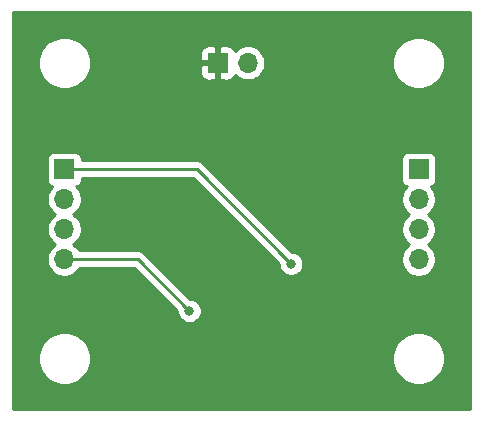
<source format=gbl>
G04 #@! TF.GenerationSoftware,KiCad,Pcbnew,(5.1.10)-1*
G04 #@! TF.CreationDate,2021-07-21T16:10:59+02:00*
G04 #@! TF.ProjectId,rs232-ttl,72733233-322d-4747-946c-2e6b69636164,rev?*
G04 #@! TF.SameCoordinates,Original*
G04 #@! TF.FileFunction,Copper,L2,Bot*
G04 #@! TF.FilePolarity,Positive*
%FSLAX46Y46*%
G04 Gerber Fmt 4.6, Leading zero omitted, Abs format (unit mm)*
G04 Created by KiCad (PCBNEW (5.1.10)-1) date 2021-07-21 16:10:59*
%MOMM*%
%LPD*%
G01*
G04 APERTURE LIST*
G04 #@! TA.AperFunction,ComponentPad*
%ADD10O,1.700000X1.700000*%
G04 #@! TD*
G04 #@! TA.AperFunction,ComponentPad*
%ADD11R,1.700000X1.700000*%
G04 #@! TD*
G04 #@! TA.AperFunction,ViaPad*
%ADD12C,0.800000*%
G04 #@! TD*
G04 #@! TA.AperFunction,Conductor*
%ADD13C,0.250000*%
G04 #@! TD*
G04 #@! TA.AperFunction,Conductor*
%ADD14C,0.254000*%
G04 #@! TD*
G04 #@! TA.AperFunction,Conductor*
%ADD15C,0.100000*%
G04 #@! TD*
G04 APERTURE END LIST*
D10*
X55000000Y-136620000D03*
X55000000Y-134080000D03*
X55000000Y-131540000D03*
D11*
X55000000Y-129000000D03*
D10*
X85000000Y-136620000D03*
X85000000Y-134080000D03*
X85000000Y-131540000D03*
D11*
X85000000Y-129000000D03*
D10*
X70540000Y-120000000D03*
D11*
X68000000Y-120000000D03*
D12*
X68800000Y-136800000D03*
X65800000Y-131000000D03*
X74200000Y-131400000D03*
X77300000Y-128900000D03*
X65800000Y-124000000D03*
X69000000Y-125400000D03*
X76000000Y-121400000D03*
X76000000Y-134600000D03*
X66800000Y-141800000D03*
X71800000Y-141200000D03*
X65800000Y-133200000D03*
X70200000Y-129200000D03*
X64000000Y-140800000D03*
X59800000Y-133600000D03*
X61800000Y-138800000D03*
X51800000Y-135400000D03*
X51800000Y-130400000D03*
X88000000Y-129000000D03*
X88800000Y-136600000D03*
X78800000Y-139600000D03*
X79200000Y-131800000D03*
X80200000Y-122400000D03*
X80200000Y-119000000D03*
X73200000Y-121400000D03*
X63000000Y-122200000D03*
X60600000Y-125200000D03*
X59000000Y-126800000D03*
X60000000Y-140800000D03*
X65600000Y-141000000D03*
X74200000Y-137000000D03*
D13*
X61220000Y-136620000D02*
X55000000Y-136620000D01*
X65600000Y-141000000D02*
X61220000Y-136620000D01*
X66200000Y-129000000D02*
X55000000Y-129000000D01*
X74200000Y-137000000D02*
X66200000Y-129000000D01*
D14*
X89340001Y-149340000D02*
X50660000Y-149340000D01*
X50660000Y-144779872D01*
X52765000Y-144779872D01*
X52765000Y-145220128D01*
X52850890Y-145651925D01*
X53019369Y-146058669D01*
X53263962Y-146424729D01*
X53575271Y-146736038D01*
X53941331Y-146980631D01*
X54348075Y-147149110D01*
X54779872Y-147235000D01*
X55220128Y-147235000D01*
X55651925Y-147149110D01*
X56058669Y-146980631D01*
X56424729Y-146736038D01*
X56736038Y-146424729D01*
X56980631Y-146058669D01*
X57149110Y-145651925D01*
X57235000Y-145220128D01*
X57235000Y-144779872D01*
X82765000Y-144779872D01*
X82765000Y-145220128D01*
X82850890Y-145651925D01*
X83019369Y-146058669D01*
X83263962Y-146424729D01*
X83575271Y-146736038D01*
X83941331Y-146980631D01*
X84348075Y-147149110D01*
X84779872Y-147235000D01*
X85220128Y-147235000D01*
X85651925Y-147149110D01*
X86058669Y-146980631D01*
X86424729Y-146736038D01*
X86736038Y-146424729D01*
X86980631Y-146058669D01*
X87149110Y-145651925D01*
X87235000Y-145220128D01*
X87235000Y-144779872D01*
X87149110Y-144348075D01*
X86980631Y-143941331D01*
X86736038Y-143575271D01*
X86424729Y-143263962D01*
X86058669Y-143019369D01*
X85651925Y-142850890D01*
X85220128Y-142765000D01*
X84779872Y-142765000D01*
X84348075Y-142850890D01*
X83941331Y-143019369D01*
X83575271Y-143263962D01*
X83263962Y-143575271D01*
X83019369Y-143941331D01*
X82850890Y-144348075D01*
X82765000Y-144779872D01*
X57235000Y-144779872D01*
X57149110Y-144348075D01*
X56980631Y-143941331D01*
X56736038Y-143575271D01*
X56424729Y-143263962D01*
X56058669Y-143019369D01*
X55651925Y-142850890D01*
X55220128Y-142765000D01*
X54779872Y-142765000D01*
X54348075Y-142850890D01*
X53941331Y-143019369D01*
X53575271Y-143263962D01*
X53263962Y-143575271D01*
X53019369Y-143941331D01*
X52850890Y-144348075D01*
X52765000Y-144779872D01*
X50660000Y-144779872D01*
X50660000Y-128150000D01*
X53511928Y-128150000D01*
X53511928Y-129850000D01*
X53524188Y-129974482D01*
X53560498Y-130094180D01*
X53619463Y-130204494D01*
X53698815Y-130301185D01*
X53795506Y-130380537D01*
X53905820Y-130439502D01*
X53978380Y-130461513D01*
X53846525Y-130593368D01*
X53684010Y-130836589D01*
X53572068Y-131106842D01*
X53515000Y-131393740D01*
X53515000Y-131686260D01*
X53572068Y-131973158D01*
X53684010Y-132243411D01*
X53846525Y-132486632D01*
X54053368Y-132693475D01*
X54227760Y-132810000D01*
X54053368Y-132926525D01*
X53846525Y-133133368D01*
X53684010Y-133376589D01*
X53572068Y-133646842D01*
X53515000Y-133933740D01*
X53515000Y-134226260D01*
X53572068Y-134513158D01*
X53684010Y-134783411D01*
X53846525Y-135026632D01*
X54053368Y-135233475D01*
X54227760Y-135350000D01*
X54053368Y-135466525D01*
X53846525Y-135673368D01*
X53684010Y-135916589D01*
X53572068Y-136186842D01*
X53515000Y-136473740D01*
X53515000Y-136766260D01*
X53572068Y-137053158D01*
X53684010Y-137323411D01*
X53846525Y-137566632D01*
X54053368Y-137773475D01*
X54296589Y-137935990D01*
X54566842Y-138047932D01*
X54853740Y-138105000D01*
X55146260Y-138105000D01*
X55433158Y-138047932D01*
X55703411Y-137935990D01*
X55946632Y-137773475D01*
X56153475Y-137566632D01*
X56278178Y-137380000D01*
X60905199Y-137380000D01*
X64565000Y-141039803D01*
X64565000Y-141101939D01*
X64604774Y-141301898D01*
X64682795Y-141490256D01*
X64796063Y-141659774D01*
X64940226Y-141803937D01*
X65109744Y-141917205D01*
X65298102Y-141995226D01*
X65498061Y-142035000D01*
X65701939Y-142035000D01*
X65901898Y-141995226D01*
X66090256Y-141917205D01*
X66259774Y-141803937D01*
X66403937Y-141659774D01*
X66517205Y-141490256D01*
X66595226Y-141301898D01*
X66635000Y-141101939D01*
X66635000Y-140898061D01*
X66595226Y-140698102D01*
X66517205Y-140509744D01*
X66403937Y-140340226D01*
X66259774Y-140196063D01*
X66090256Y-140082795D01*
X65901898Y-140004774D01*
X65701939Y-139965000D01*
X65639803Y-139965000D01*
X61783804Y-136109003D01*
X61760001Y-136079999D01*
X61644276Y-135985026D01*
X61512247Y-135914454D01*
X61368986Y-135870997D01*
X61257333Y-135860000D01*
X61257322Y-135860000D01*
X61220000Y-135856324D01*
X61182678Y-135860000D01*
X56278178Y-135860000D01*
X56153475Y-135673368D01*
X55946632Y-135466525D01*
X55772240Y-135350000D01*
X55946632Y-135233475D01*
X56153475Y-135026632D01*
X56315990Y-134783411D01*
X56427932Y-134513158D01*
X56485000Y-134226260D01*
X56485000Y-133933740D01*
X56427932Y-133646842D01*
X56315990Y-133376589D01*
X56153475Y-133133368D01*
X55946632Y-132926525D01*
X55772240Y-132810000D01*
X55946632Y-132693475D01*
X56153475Y-132486632D01*
X56315990Y-132243411D01*
X56427932Y-131973158D01*
X56485000Y-131686260D01*
X56485000Y-131393740D01*
X56427932Y-131106842D01*
X56315990Y-130836589D01*
X56153475Y-130593368D01*
X56021620Y-130461513D01*
X56094180Y-130439502D01*
X56204494Y-130380537D01*
X56301185Y-130301185D01*
X56380537Y-130204494D01*
X56439502Y-130094180D01*
X56475812Y-129974482D01*
X56488072Y-129850000D01*
X56488072Y-129760000D01*
X65885199Y-129760000D01*
X73165000Y-137039803D01*
X73165000Y-137101939D01*
X73204774Y-137301898D01*
X73282795Y-137490256D01*
X73396063Y-137659774D01*
X73540226Y-137803937D01*
X73709744Y-137917205D01*
X73898102Y-137995226D01*
X74098061Y-138035000D01*
X74301939Y-138035000D01*
X74501898Y-137995226D01*
X74690256Y-137917205D01*
X74859774Y-137803937D01*
X75003937Y-137659774D01*
X75117205Y-137490256D01*
X75195226Y-137301898D01*
X75235000Y-137101939D01*
X75235000Y-136898061D01*
X75195226Y-136698102D01*
X75117205Y-136509744D01*
X75003937Y-136340226D01*
X74859774Y-136196063D01*
X74690256Y-136082795D01*
X74501898Y-136004774D01*
X74301939Y-135965000D01*
X74239803Y-135965000D01*
X66763804Y-128489003D01*
X66740001Y-128459999D01*
X66624276Y-128365026D01*
X66492247Y-128294454D01*
X66348986Y-128250997D01*
X66237333Y-128240000D01*
X66237322Y-128240000D01*
X66200000Y-128236324D01*
X66162678Y-128240000D01*
X56488072Y-128240000D01*
X56488072Y-128150000D01*
X83511928Y-128150000D01*
X83511928Y-129850000D01*
X83524188Y-129974482D01*
X83560498Y-130094180D01*
X83619463Y-130204494D01*
X83698815Y-130301185D01*
X83795506Y-130380537D01*
X83905820Y-130439502D01*
X83978380Y-130461513D01*
X83846525Y-130593368D01*
X83684010Y-130836589D01*
X83572068Y-131106842D01*
X83515000Y-131393740D01*
X83515000Y-131686260D01*
X83572068Y-131973158D01*
X83684010Y-132243411D01*
X83846525Y-132486632D01*
X84053368Y-132693475D01*
X84227760Y-132810000D01*
X84053368Y-132926525D01*
X83846525Y-133133368D01*
X83684010Y-133376589D01*
X83572068Y-133646842D01*
X83515000Y-133933740D01*
X83515000Y-134226260D01*
X83572068Y-134513158D01*
X83684010Y-134783411D01*
X83846525Y-135026632D01*
X84053368Y-135233475D01*
X84227760Y-135350000D01*
X84053368Y-135466525D01*
X83846525Y-135673368D01*
X83684010Y-135916589D01*
X83572068Y-136186842D01*
X83515000Y-136473740D01*
X83515000Y-136766260D01*
X83572068Y-137053158D01*
X83684010Y-137323411D01*
X83846525Y-137566632D01*
X84053368Y-137773475D01*
X84296589Y-137935990D01*
X84566842Y-138047932D01*
X84853740Y-138105000D01*
X85146260Y-138105000D01*
X85433158Y-138047932D01*
X85703411Y-137935990D01*
X85946632Y-137773475D01*
X86153475Y-137566632D01*
X86315990Y-137323411D01*
X86427932Y-137053158D01*
X86485000Y-136766260D01*
X86485000Y-136473740D01*
X86427932Y-136186842D01*
X86315990Y-135916589D01*
X86153475Y-135673368D01*
X85946632Y-135466525D01*
X85772240Y-135350000D01*
X85946632Y-135233475D01*
X86153475Y-135026632D01*
X86315990Y-134783411D01*
X86427932Y-134513158D01*
X86485000Y-134226260D01*
X86485000Y-133933740D01*
X86427932Y-133646842D01*
X86315990Y-133376589D01*
X86153475Y-133133368D01*
X85946632Y-132926525D01*
X85772240Y-132810000D01*
X85946632Y-132693475D01*
X86153475Y-132486632D01*
X86315990Y-132243411D01*
X86427932Y-131973158D01*
X86485000Y-131686260D01*
X86485000Y-131393740D01*
X86427932Y-131106842D01*
X86315990Y-130836589D01*
X86153475Y-130593368D01*
X86021620Y-130461513D01*
X86094180Y-130439502D01*
X86204494Y-130380537D01*
X86301185Y-130301185D01*
X86380537Y-130204494D01*
X86439502Y-130094180D01*
X86475812Y-129974482D01*
X86488072Y-129850000D01*
X86488072Y-128150000D01*
X86475812Y-128025518D01*
X86439502Y-127905820D01*
X86380537Y-127795506D01*
X86301185Y-127698815D01*
X86204494Y-127619463D01*
X86094180Y-127560498D01*
X85974482Y-127524188D01*
X85850000Y-127511928D01*
X84150000Y-127511928D01*
X84025518Y-127524188D01*
X83905820Y-127560498D01*
X83795506Y-127619463D01*
X83698815Y-127698815D01*
X83619463Y-127795506D01*
X83560498Y-127905820D01*
X83524188Y-128025518D01*
X83511928Y-128150000D01*
X56488072Y-128150000D01*
X56475812Y-128025518D01*
X56439502Y-127905820D01*
X56380537Y-127795506D01*
X56301185Y-127698815D01*
X56204494Y-127619463D01*
X56094180Y-127560498D01*
X55974482Y-127524188D01*
X55850000Y-127511928D01*
X54150000Y-127511928D01*
X54025518Y-127524188D01*
X53905820Y-127560498D01*
X53795506Y-127619463D01*
X53698815Y-127698815D01*
X53619463Y-127795506D01*
X53560498Y-127905820D01*
X53524188Y-128025518D01*
X53511928Y-128150000D01*
X50660000Y-128150000D01*
X50660000Y-119779872D01*
X52765000Y-119779872D01*
X52765000Y-120220128D01*
X52850890Y-120651925D01*
X53019369Y-121058669D01*
X53263962Y-121424729D01*
X53575271Y-121736038D01*
X53941331Y-121980631D01*
X54348075Y-122149110D01*
X54779872Y-122235000D01*
X55220128Y-122235000D01*
X55651925Y-122149110D01*
X56058669Y-121980631D01*
X56424729Y-121736038D01*
X56736038Y-121424729D01*
X56980631Y-121058669D01*
X57067064Y-120850000D01*
X66511928Y-120850000D01*
X66524188Y-120974482D01*
X66560498Y-121094180D01*
X66619463Y-121204494D01*
X66698815Y-121301185D01*
X66795506Y-121380537D01*
X66905820Y-121439502D01*
X67025518Y-121475812D01*
X67150000Y-121488072D01*
X67714250Y-121485000D01*
X67873000Y-121326250D01*
X67873000Y-120127000D01*
X66673750Y-120127000D01*
X66515000Y-120285750D01*
X66511928Y-120850000D01*
X57067064Y-120850000D01*
X57149110Y-120651925D01*
X57235000Y-120220128D01*
X57235000Y-119779872D01*
X57149110Y-119348075D01*
X57067065Y-119150000D01*
X66511928Y-119150000D01*
X66515000Y-119714250D01*
X66673750Y-119873000D01*
X67873000Y-119873000D01*
X67873000Y-118673750D01*
X68127000Y-118673750D01*
X68127000Y-119873000D01*
X68147000Y-119873000D01*
X68147000Y-120127000D01*
X68127000Y-120127000D01*
X68127000Y-121326250D01*
X68285750Y-121485000D01*
X68850000Y-121488072D01*
X68974482Y-121475812D01*
X69094180Y-121439502D01*
X69204494Y-121380537D01*
X69301185Y-121301185D01*
X69380537Y-121204494D01*
X69439502Y-121094180D01*
X69461513Y-121021620D01*
X69593368Y-121153475D01*
X69836589Y-121315990D01*
X70106842Y-121427932D01*
X70393740Y-121485000D01*
X70686260Y-121485000D01*
X70973158Y-121427932D01*
X71243411Y-121315990D01*
X71486632Y-121153475D01*
X71693475Y-120946632D01*
X71855990Y-120703411D01*
X71967932Y-120433158D01*
X72025000Y-120146260D01*
X72025000Y-119853740D01*
X72010307Y-119779872D01*
X82765000Y-119779872D01*
X82765000Y-120220128D01*
X82850890Y-120651925D01*
X83019369Y-121058669D01*
X83263962Y-121424729D01*
X83575271Y-121736038D01*
X83941331Y-121980631D01*
X84348075Y-122149110D01*
X84779872Y-122235000D01*
X85220128Y-122235000D01*
X85651925Y-122149110D01*
X86058669Y-121980631D01*
X86424729Y-121736038D01*
X86736038Y-121424729D01*
X86980631Y-121058669D01*
X87149110Y-120651925D01*
X87235000Y-120220128D01*
X87235000Y-119779872D01*
X87149110Y-119348075D01*
X86980631Y-118941331D01*
X86736038Y-118575271D01*
X86424729Y-118263962D01*
X86058669Y-118019369D01*
X85651925Y-117850890D01*
X85220128Y-117765000D01*
X84779872Y-117765000D01*
X84348075Y-117850890D01*
X83941331Y-118019369D01*
X83575271Y-118263962D01*
X83263962Y-118575271D01*
X83019369Y-118941331D01*
X82850890Y-119348075D01*
X82765000Y-119779872D01*
X72010307Y-119779872D01*
X71967932Y-119566842D01*
X71855990Y-119296589D01*
X71693475Y-119053368D01*
X71486632Y-118846525D01*
X71243411Y-118684010D01*
X70973158Y-118572068D01*
X70686260Y-118515000D01*
X70393740Y-118515000D01*
X70106842Y-118572068D01*
X69836589Y-118684010D01*
X69593368Y-118846525D01*
X69461513Y-118978380D01*
X69439502Y-118905820D01*
X69380537Y-118795506D01*
X69301185Y-118698815D01*
X69204494Y-118619463D01*
X69094180Y-118560498D01*
X68974482Y-118524188D01*
X68850000Y-118511928D01*
X68285750Y-118515000D01*
X68127000Y-118673750D01*
X67873000Y-118673750D01*
X67714250Y-118515000D01*
X67150000Y-118511928D01*
X67025518Y-118524188D01*
X66905820Y-118560498D01*
X66795506Y-118619463D01*
X66698815Y-118698815D01*
X66619463Y-118795506D01*
X66560498Y-118905820D01*
X66524188Y-119025518D01*
X66511928Y-119150000D01*
X57067065Y-119150000D01*
X56980631Y-118941331D01*
X56736038Y-118575271D01*
X56424729Y-118263962D01*
X56058669Y-118019369D01*
X55651925Y-117850890D01*
X55220128Y-117765000D01*
X54779872Y-117765000D01*
X54348075Y-117850890D01*
X53941331Y-118019369D01*
X53575271Y-118263962D01*
X53263962Y-118575271D01*
X53019369Y-118941331D01*
X52850890Y-119348075D01*
X52765000Y-119779872D01*
X50660000Y-119779872D01*
X50660000Y-115660000D01*
X89340000Y-115660000D01*
X89340001Y-149340000D01*
G04 #@! TA.AperFunction,Conductor*
D15*
G36*
X89340001Y-149340000D02*
G01*
X50660000Y-149340000D01*
X50660000Y-144779872D01*
X52765000Y-144779872D01*
X52765000Y-145220128D01*
X52850890Y-145651925D01*
X53019369Y-146058669D01*
X53263962Y-146424729D01*
X53575271Y-146736038D01*
X53941331Y-146980631D01*
X54348075Y-147149110D01*
X54779872Y-147235000D01*
X55220128Y-147235000D01*
X55651925Y-147149110D01*
X56058669Y-146980631D01*
X56424729Y-146736038D01*
X56736038Y-146424729D01*
X56980631Y-146058669D01*
X57149110Y-145651925D01*
X57235000Y-145220128D01*
X57235000Y-144779872D01*
X82765000Y-144779872D01*
X82765000Y-145220128D01*
X82850890Y-145651925D01*
X83019369Y-146058669D01*
X83263962Y-146424729D01*
X83575271Y-146736038D01*
X83941331Y-146980631D01*
X84348075Y-147149110D01*
X84779872Y-147235000D01*
X85220128Y-147235000D01*
X85651925Y-147149110D01*
X86058669Y-146980631D01*
X86424729Y-146736038D01*
X86736038Y-146424729D01*
X86980631Y-146058669D01*
X87149110Y-145651925D01*
X87235000Y-145220128D01*
X87235000Y-144779872D01*
X87149110Y-144348075D01*
X86980631Y-143941331D01*
X86736038Y-143575271D01*
X86424729Y-143263962D01*
X86058669Y-143019369D01*
X85651925Y-142850890D01*
X85220128Y-142765000D01*
X84779872Y-142765000D01*
X84348075Y-142850890D01*
X83941331Y-143019369D01*
X83575271Y-143263962D01*
X83263962Y-143575271D01*
X83019369Y-143941331D01*
X82850890Y-144348075D01*
X82765000Y-144779872D01*
X57235000Y-144779872D01*
X57149110Y-144348075D01*
X56980631Y-143941331D01*
X56736038Y-143575271D01*
X56424729Y-143263962D01*
X56058669Y-143019369D01*
X55651925Y-142850890D01*
X55220128Y-142765000D01*
X54779872Y-142765000D01*
X54348075Y-142850890D01*
X53941331Y-143019369D01*
X53575271Y-143263962D01*
X53263962Y-143575271D01*
X53019369Y-143941331D01*
X52850890Y-144348075D01*
X52765000Y-144779872D01*
X50660000Y-144779872D01*
X50660000Y-128150000D01*
X53511928Y-128150000D01*
X53511928Y-129850000D01*
X53524188Y-129974482D01*
X53560498Y-130094180D01*
X53619463Y-130204494D01*
X53698815Y-130301185D01*
X53795506Y-130380537D01*
X53905820Y-130439502D01*
X53978380Y-130461513D01*
X53846525Y-130593368D01*
X53684010Y-130836589D01*
X53572068Y-131106842D01*
X53515000Y-131393740D01*
X53515000Y-131686260D01*
X53572068Y-131973158D01*
X53684010Y-132243411D01*
X53846525Y-132486632D01*
X54053368Y-132693475D01*
X54227760Y-132810000D01*
X54053368Y-132926525D01*
X53846525Y-133133368D01*
X53684010Y-133376589D01*
X53572068Y-133646842D01*
X53515000Y-133933740D01*
X53515000Y-134226260D01*
X53572068Y-134513158D01*
X53684010Y-134783411D01*
X53846525Y-135026632D01*
X54053368Y-135233475D01*
X54227760Y-135350000D01*
X54053368Y-135466525D01*
X53846525Y-135673368D01*
X53684010Y-135916589D01*
X53572068Y-136186842D01*
X53515000Y-136473740D01*
X53515000Y-136766260D01*
X53572068Y-137053158D01*
X53684010Y-137323411D01*
X53846525Y-137566632D01*
X54053368Y-137773475D01*
X54296589Y-137935990D01*
X54566842Y-138047932D01*
X54853740Y-138105000D01*
X55146260Y-138105000D01*
X55433158Y-138047932D01*
X55703411Y-137935990D01*
X55946632Y-137773475D01*
X56153475Y-137566632D01*
X56278178Y-137380000D01*
X60905199Y-137380000D01*
X64565000Y-141039803D01*
X64565000Y-141101939D01*
X64604774Y-141301898D01*
X64682795Y-141490256D01*
X64796063Y-141659774D01*
X64940226Y-141803937D01*
X65109744Y-141917205D01*
X65298102Y-141995226D01*
X65498061Y-142035000D01*
X65701939Y-142035000D01*
X65901898Y-141995226D01*
X66090256Y-141917205D01*
X66259774Y-141803937D01*
X66403937Y-141659774D01*
X66517205Y-141490256D01*
X66595226Y-141301898D01*
X66635000Y-141101939D01*
X66635000Y-140898061D01*
X66595226Y-140698102D01*
X66517205Y-140509744D01*
X66403937Y-140340226D01*
X66259774Y-140196063D01*
X66090256Y-140082795D01*
X65901898Y-140004774D01*
X65701939Y-139965000D01*
X65639803Y-139965000D01*
X61783804Y-136109003D01*
X61760001Y-136079999D01*
X61644276Y-135985026D01*
X61512247Y-135914454D01*
X61368986Y-135870997D01*
X61257333Y-135860000D01*
X61257322Y-135860000D01*
X61220000Y-135856324D01*
X61182678Y-135860000D01*
X56278178Y-135860000D01*
X56153475Y-135673368D01*
X55946632Y-135466525D01*
X55772240Y-135350000D01*
X55946632Y-135233475D01*
X56153475Y-135026632D01*
X56315990Y-134783411D01*
X56427932Y-134513158D01*
X56485000Y-134226260D01*
X56485000Y-133933740D01*
X56427932Y-133646842D01*
X56315990Y-133376589D01*
X56153475Y-133133368D01*
X55946632Y-132926525D01*
X55772240Y-132810000D01*
X55946632Y-132693475D01*
X56153475Y-132486632D01*
X56315990Y-132243411D01*
X56427932Y-131973158D01*
X56485000Y-131686260D01*
X56485000Y-131393740D01*
X56427932Y-131106842D01*
X56315990Y-130836589D01*
X56153475Y-130593368D01*
X56021620Y-130461513D01*
X56094180Y-130439502D01*
X56204494Y-130380537D01*
X56301185Y-130301185D01*
X56380537Y-130204494D01*
X56439502Y-130094180D01*
X56475812Y-129974482D01*
X56488072Y-129850000D01*
X56488072Y-129760000D01*
X65885199Y-129760000D01*
X73165000Y-137039803D01*
X73165000Y-137101939D01*
X73204774Y-137301898D01*
X73282795Y-137490256D01*
X73396063Y-137659774D01*
X73540226Y-137803937D01*
X73709744Y-137917205D01*
X73898102Y-137995226D01*
X74098061Y-138035000D01*
X74301939Y-138035000D01*
X74501898Y-137995226D01*
X74690256Y-137917205D01*
X74859774Y-137803937D01*
X75003937Y-137659774D01*
X75117205Y-137490256D01*
X75195226Y-137301898D01*
X75235000Y-137101939D01*
X75235000Y-136898061D01*
X75195226Y-136698102D01*
X75117205Y-136509744D01*
X75003937Y-136340226D01*
X74859774Y-136196063D01*
X74690256Y-136082795D01*
X74501898Y-136004774D01*
X74301939Y-135965000D01*
X74239803Y-135965000D01*
X66763804Y-128489003D01*
X66740001Y-128459999D01*
X66624276Y-128365026D01*
X66492247Y-128294454D01*
X66348986Y-128250997D01*
X66237333Y-128240000D01*
X66237322Y-128240000D01*
X66200000Y-128236324D01*
X66162678Y-128240000D01*
X56488072Y-128240000D01*
X56488072Y-128150000D01*
X83511928Y-128150000D01*
X83511928Y-129850000D01*
X83524188Y-129974482D01*
X83560498Y-130094180D01*
X83619463Y-130204494D01*
X83698815Y-130301185D01*
X83795506Y-130380537D01*
X83905820Y-130439502D01*
X83978380Y-130461513D01*
X83846525Y-130593368D01*
X83684010Y-130836589D01*
X83572068Y-131106842D01*
X83515000Y-131393740D01*
X83515000Y-131686260D01*
X83572068Y-131973158D01*
X83684010Y-132243411D01*
X83846525Y-132486632D01*
X84053368Y-132693475D01*
X84227760Y-132810000D01*
X84053368Y-132926525D01*
X83846525Y-133133368D01*
X83684010Y-133376589D01*
X83572068Y-133646842D01*
X83515000Y-133933740D01*
X83515000Y-134226260D01*
X83572068Y-134513158D01*
X83684010Y-134783411D01*
X83846525Y-135026632D01*
X84053368Y-135233475D01*
X84227760Y-135350000D01*
X84053368Y-135466525D01*
X83846525Y-135673368D01*
X83684010Y-135916589D01*
X83572068Y-136186842D01*
X83515000Y-136473740D01*
X83515000Y-136766260D01*
X83572068Y-137053158D01*
X83684010Y-137323411D01*
X83846525Y-137566632D01*
X84053368Y-137773475D01*
X84296589Y-137935990D01*
X84566842Y-138047932D01*
X84853740Y-138105000D01*
X85146260Y-138105000D01*
X85433158Y-138047932D01*
X85703411Y-137935990D01*
X85946632Y-137773475D01*
X86153475Y-137566632D01*
X86315990Y-137323411D01*
X86427932Y-137053158D01*
X86485000Y-136766260D01*
X86485000Y-136473740D01*
X86427932Y-136186842D01*
X86315990Y-135916589D01*
X86153475Y-135673368D01*
X85946632Y-135466525D01*
X85772240Y-135350000D01*
X85946632Y-135233475D01*
X86153475Y-135026632D01*
X86315990Y-134783411D01*
X86427932Y-134513158D01*
X86485000Y-134226260D01*
X86485000Y-133933740D01*
X86427932Y-133646842D01*
X86315990Y-133376589D01*
X86153475Y-133133368D01*
X85946632Y-132926525D01*
X85772240Y-132810000D01*
X85946632Y-132693475D01*
X86153475Y-132486632D01*
X86315990Y-132243411D01*
X86427932Y-131973158D01*
X86485000Y-131686260D01*
X86485000Y-131393740D01*
X86427932Y-131106842D01*
X86315990Y-130836589D01*
X86153475Y-130593368D01*
X86021620Y-130461513D01*
X86094180Y-130439502D01*
X86204494Y-130380537D01*
X86301185Y-130301185D01*
X86380537Y-130204494D01*
X86439502Y-130094180D01*
X86475812Y-129974482D01*
X86488072Y-129850000D01*
X86488072Y-128150000D01*
X86475812Y-128025518D01*
X86439502Y-127905820D01*
X86380537Y-127795506D01*
X86301185Y-127698815D01*
X86204494Y-127619463D01*
X86094180Y-127560498D01*
X85974482Y-127524188D01*
X85850000Y-127511928D01*
X84150000Y-127511928D01*
X84025518Y-127524188D01*
X83905820Y-127560498D01*
X83795506Y-127619463D01*
X83698815Y-127698815D01*
X83619463Y-127795506D01*
X83560498Y-127905820D01*
X83524188Y-128025518D01*
X83511928Y-128150000D01*
X56488072Y-128150000D01*
X56475812Y-128025518D01*
X56439502Y-127905820D01*
X56380537Y-127795506D01*
X56301185Y-127698815D01*
X56204494Y-127619463D01*
X56094180Y-127560498D01*
X55974482Y-127524188D01*
X55850000Y-127511928D01*
X54150000Y-127511928D01*
X54025518Y-127524188D01*
X53905820Y-127560498D01*
X53795506Y-127619463D01*
X53698815Y-127698815D01*
X53619463Y-127795506D01*
X53560498Y-127905820D01*
X53524188Y-128025518D01*
X53511928Y-128150000D01*
X50660000Y-128150000D01*
X50660000Y-119779872D01*
X52765000Y-119779872D01*
X52765000Y-120220128D01*
X52850890Y-120651925D01*
X53019369Y-121058669D01*
X53263962Y-121424729D01*
X53575271Y-121736038D01*
X53941331Y-121980631D01*
X54348075Y-122149110D01*
X54779872Y-122235000D01*
X55220128Y-122235000D01*
X55651925Y-122149110D01*
X56058669Y-121980631D01*
X56424729Y-121736038D01*
X56736038Y-121424729D01*
X56980631Y-121058669D01*
X57067064Y-120850000D01*
X66511928Y-120850000D01*
X66524188Y-120974482D01*
X66560498Y-121094180D01*
X66619463Y-121204494D01*
X66698815Y-121301185D01*
X66795506Y-121380537D01*
X66905820Y-121439502D01*
X67025518Y-121475812D01*
X67150000Y-121488072D01*
X67714250Y-121485000D01*
X67873000Y-121326250D01*
X67873000Y-120127000D01*
X66673750Y-120127000D01*
X66515000Y-120285750D01*
X66511928Y-120850000D01*
X57067064Y-120850000D01*
X57149110Y-120651925D01*
X57235000Y-120220128D01*
X57235000Y-119779872D01*
X57149110Y-119348075D01*
X57067065Y-119150000D01*
X66511928Y-119150000D01*
X66515000Y-119714250D01*
X66673750Y-119873000D01*
X67873000Y-119873000D01*
X67873000Y-118673750D01*
X68127000Y-118673750D01*
X68127000Y-119873000D01*
X68147000Y-119873000D01*
X68147000Y-120127000D01*
X68127000Y-120127000D01*
X68127000Y-121326250D01*
X68285750Y-121485000D01*
X68850000Y-121488072D01*
X68974482Y-121475812D01*
X69094180Y-121439502D01*
X69204494Y-121380537D01*
X69301185Y-121301185D01*
X69380537Y-121204494D01*
X69439502Y-121094180D01*
X69461513Y-121021620D01*
X69593368Y-121153475D01*
X69836589Y-121315990D01*
X70106842Y-121427932D01*
X70393740Y-121485000D01*
X70686260Y-121485000D01*
X70973158Y-121427932D01*
X71243411Y-121315990D01*
X71486632Y-121153475D01*
X71693475Y-120946632D01*
X71855990Y-120703411D01*
X71967932Y-120433158D01*
X72025000Y-120146260D01*
X72025000Y-119853740D01*
X72010307Y-119779872D01*
X82765000Y-119779872D01*
X82765000Y-120220128D01*
X82850890Y-120651925D01*
X83019369Y-121058669D01*
X83263962Y-121424729D01*
X83575271Y-121736038D01*
X83941331Y-121980631D01*
X84348075Y-122149110D01*
X84779872Y-122235000D01*
X85220128Y-122235000D01*
X85651925Y-122149110D01*
X86058669Y-121980631D01*
X86424729Y-121736038D01*
X86736038Y-121424729D01*
X86980631Y-121058669D01*
X87149110Y-120651925D01*
X87235000Y-120220128D01*
X87235000Y-119779872D01*
X87149110Y-119348075D01*
X86980631Y-118941331D01*
X86736038Y-118575271D01*
X86424729Y-118263962D01*
X86058669Y-118019369D01*
X85651925Y-117850890D01*
X85220128Y-117765000D01*
X84779872Y-117765000D01*
X84348075Y-117850890D01*
X83941331Y-118019369D01*
X83575271Y-118263962D01*
X83263962Y-118575271D01*
X83019369Y-118941331D01*
X82850890Y-119348075D01*
X82765000Y-119779872D01*
X72010307Y-119779872D01*
X71967932Y-119566842D01*
X71855990Y-119296589D01*
X71693475Y-119053368D01*
X71486632Y-118846525D01*
X71243411Y-118684010D01*
X70973158Y-118572068D01*
X70686260Y-118515000D01*
X70393740Y-118515000D01*
X70106842Y-118572068D01*
X69836589Y-118684010D01*
X69593368Y-118846525D01*
X69461513Y-118978380D01*
X69439502Y-118905820D01*
X69380537Y-118795506D01*
X69301185Y-118698815D01*
X69204494Y-118619463D01*
X69094180Y-118560498D01*
X68974482Y-118524188D01*
X68850000Y-118511928D01*
X68285750Y-118515000D01*
X68127000Y-118673750D01*
X67873000Y-118673750D01*
X67714250Y-118515000D01*
X67150000Y-118511928D01*
X67025518Y-118524188D01*
X66905820Y-118560498D01*
X66795506Y-118619463D01*
X66698815Y-118698815D01*
X66619463Y-118795506D01*
X66560498Y-118905820D01*
X66524188Y-119025518D01*
X66511928Y-119150000D01*
X57067065Y-119150000D01*
X56980631Y-118941331D01*
X56736038Y-118575271D01*
X56424729Y-118263962D01*
X56058669Y-118019369D01*
X55651925Y-117850890D01*
X55220128Y-117765000D01*
X54779872Y-117765000D01*
X54348075Y-117850890D01*
X53941331Y-118019369D01*
X53575271Y-118263962D01*
X53263962Y-118575271D01*
X53019369Y-118941331D01*
X52850890Y-119348075D01*
X52765000Y-119779872D01*
X50660000Y-119779872D01*
X50660000Y-115660000D01*
X89340000Y-115660000D01*
X89340001Y-149340000D01*
G37*
G04 #@! TD.AperFunction*
M02*

</source>
